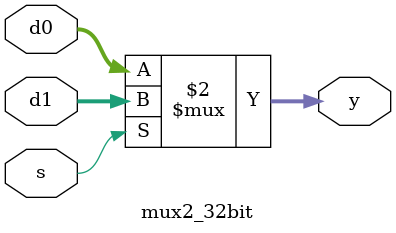
<source format=v>
module mux2_32bit(d0, d1, s, y);
	input[31:0] d0, d1;
	input s;
	output[31:0] y;
		
	assign y = (s == 1'b1) ? d1 : d0;
	
endmodule


</source>
